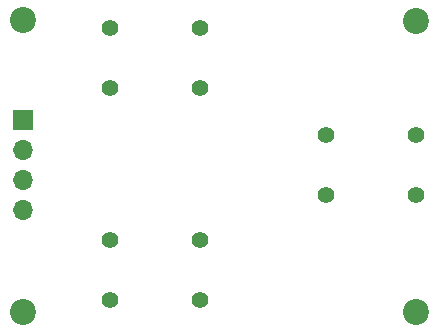
<source format=gbr>
%TF.GenerationSoftware,KiCad,Pcbnew,8.0.7*%
%TF.CreationDate,2025-01-07T20:01:39+01:00*%
%TF.ProjectId,keyboard,6b657962-6f61-4726-942e-6b696361645f,rev?*%
%TF.SameCoordinates,Original*%
%TF.FileFunction,Soldermask,Top*%
%TF.FilePolarity,Negative*%
%FSLAX46Y46*%
G04 Gerber Fmt 4.6, Leading zero omitted, Abs format (unit mm)*
G04 Created by KiCad (PCBNEW 8.0.7) date 2025-01-07 20:01:39*
%MOMM*%
%LPD*%
G01*
G04 APERTURE LIST*
%ADD10C,1.397000*%
%ADD11R,1.700000X1.700000*%
%ADD12O,1.700000X1.700000*%
%ADD13C,2.200000*%
G04 APERTURE END LIST*
D10*
%TO.C,SW3*%
X54350000Y-45704000D03*
X61970000Y-45704000D03*
X54350000Y-50784000D03*
X61970000Y-50784000D03*
%TD*%
%TO.C,SW2*%
X72644000Y-36830000D03*
X80264000Y-36830000D03*
X72644000Y-41910000D03*
X80264000Y-41910000D03*
%TD*%
%TO.C,SW1*%
X54350000Y-27804000D03*
X61970000Y-27804000D03*
X54350000Y-32884000D03*
X61970000Y-32884000D03*
%TD*%
D11*
%TO.C,J1*%
X46990000Y-35570000D03*
D12*
X46990000Y-38110000D03*
X46990000Y-40650000D03*
X46990000Y-43190000D03*
%TD*%
D13*
%TO.C,H4*%
X46990000Y-51816000D03*
%TD*%
%TO.C,H3*%
X80264000Y-51816000D03*
%TD*%
%TO.C,H2*%
X80264000Y-27178000D03*
%TD*%
%TO.C,H1*%
X46990000Y-27130000D03*
%TD*%
M02*

</source>
